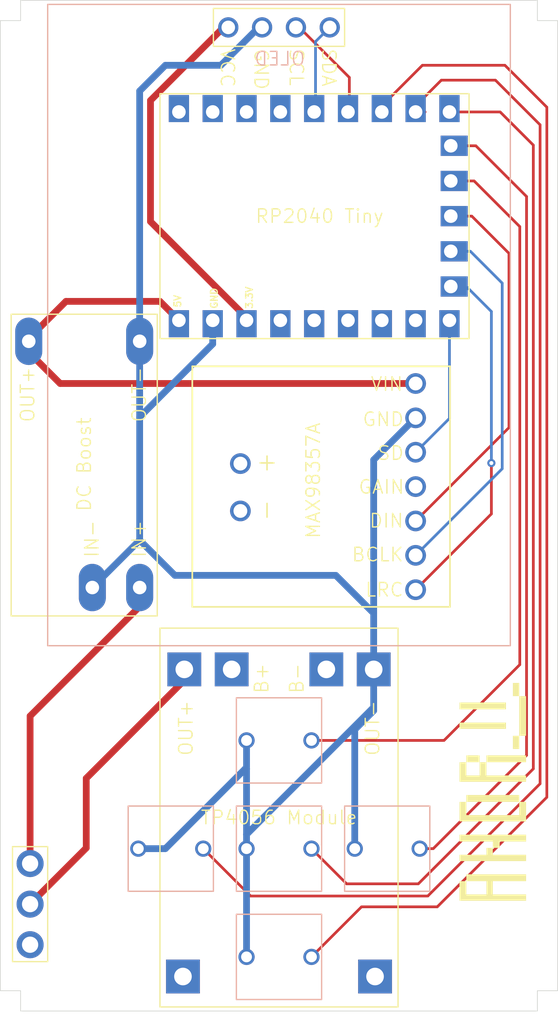
<source format=kicad_pcb>
(kicad_pcb (version 20241229) (generator "pcbnew") (generator_version "9.0")
  (layers (0 "F.Cu" signal) (2 "B.Cu" signal) (13 "F.Paste" user) (15 "B.Paste" user) (5 "F.SilkS" user "F.Silkscreen") (7 "B.SilkS" user "B.Silkscreen") (1 "F.Mask" user) (3 "B.Mask" user) (25 "Edge.Cuts" user))
  (net 0 "")
  (net 1 "GND")
  (net 2 "5V")
  (net 3 "DOWN")
  (net 4 "RIGHT")
  (net 5 "OK")
  (net 6 "LEFT")
  (net 7 "UP")
  (footprint "Custom_Library:TP4056_Charger_Module" (layer "F.Cu") (at 161.5 101.9 180)
    (property "Reference" "TP4056 Module" (at 0 0 0) (layer "F.SilkS") (effects (font (thickness 0.1))))
    (property "Value" "TP4056_Charger_Module" (hide yes))
    (fp_rect (start -8.8 -14) (end 8.8 14) (stroke (width 0.1)) (fill no) (layer "F.SilkS"))
    (fp_text user "B-" (at -1.9 9.1 90) (layer "F.SilkS") (effects (font (thickness 0.1)) (justify left bottom)))
    (fp_text user "OUT+" (at 6.3 4.5 90) (layer "F.SilkS") (effects (font (thickness 0.1)) (justify left bottom)))
    (fp_text user "B+" (at 0.7 9.1 90) (layer "F.SilkS") (effects (font (thickness 0.1)) (justify left bottom)))
    (fp_text user "OUT-" (at -7.5 4.5 90) (layer "F.SilkS") (effects (font (thickness 0.1)) (justify left bottom)))
    (pad "1" thru_hole rect (at -7.1 -11.75 180) (size 2.5 2.5) (drill 1.3) (layers "*.Cu" "*.Mask"))
    (pad "2" thru_hole rect (at 7.1 -11.75 180) (size 2.5 2.5) (drill 1.3) (layers "*.Cu" "*.Mask"))
    (pad "3" thru_hole rect (at -7 10.95 180) (size 2.5 2.5) (drill 1.3) (layers "*.Cu" "*.Mask") (net 1 "GND"))
    (pad "4" thru_hole rect (at -3.5 10.95 180) (size 2.5 2.5) (drill 1.3) (layers "*.Cu" "*.Mask"))
    (pad "5" thru_hole rect (at 3.5 10.95 180) (size 2.5 2.5) (drill 1.3) (layers "*.Cu" "*.Mask"))
    (pad "6" thru_hole rect (at 7 10.95 180) (size 2.5 2.5) (drill 1.3) (layers "*.Cu" "*.Mask"))
  )
  (footprint "Custom_Library:RP2040_Tiny" (layer "F.Cu") (at 164.5 57.45)
    (property "Reference" "RP2040 Tiny" (at 0 0 0) (layer "F.SilkS") (effects (font (thickness 0.1))))
    (property "Value" "RP2040_Tiny" (hide yes))
    (fp_rect (start -11.8 -9.05) (end 11.05 9.05) (stroke (width 0.1)) (fill no) (layer "F.SilkS"))
    (fp_text user "5V" (at -10.2 6.8 90) (layer "F.SilkS") (effects (font (size 0.5 0.5) (thickness 0.1)) (justify left bottom)))
    (fp_text user "3.3V" (at -4.9 6.9 90) (layer "F.SilkS") (effects (font (size 0.5 0.5) (thickness 0.1)) (justify left bottom)))
    (fp_text user "GND" (at -7.5 6.9 90) (layer "F.SilkS") (effects (font (size 0.5 0.5) (thickness 0.1)) (justify left bottom)))
    (pad "1" thru_hole custom (at -10.4 -7.7) (size 1.5 2) (drill 1 (offset 0 -0.25)) (layers "*.Cu" "*.Mask") (options (clearance outline) (anchor rect)) (primitives))
    (pad "2" thru_hole custom (at -7.9 -7.7 180) (size 1.5 2) (drill 1 (offset 0 0.25)) (layers "*.Cu" "*.Mask") (options (clearance outline) (anchor rect)) (primitives))
    (pad "3" thru_hole custom (at -5.4 -7.7 180) (size 1.5 2) (drill 1 (offset 0 0.25)) (layers "*.Cu" "*.Mask") (options (clearance outline) (anchor rect)) (primitives))
    (pad "4" thru_hole custom (at -2.9 -7.7 180) (size 1.5 2) (drill 1 (offset 0 0.25)) (layers "*.Cu" "*.Mask") (options (clearance outline) (anchor rect)) (primitives))
    (pad "5" thru_hole custom (at -0.4 -7.7 180) (size 1.5 2) (drill 1 (offset 0 0.25)) (layers "*.Cu" "*.Mask") (options (clearance outline) (anchor rect)) (primitives))
    (pad "6" thru_hole custom (at 2.1 -7.7 180) (size 1.5 2) (drill 1 (offset 0 0.25)) (layers "*.Cu" "*.Mask") (options (clearance outline) (anchor rect)) (primitives))
    (pad "7" thru_hole custom (at 4.6 -7.7 180) (size 1.5 2) (drill 1 (offset 0 0.25)) (layers "*.Cu" "*.Mask") (net 3 "DOWN") (options (clearance outline) (anchor rect)) (primitives))
    (pad "8" thru_hole custom (at 7.1 -7.7 180) (size 1.5 2) (drill 1 (offset 0 0.25)) (layers "*.Cu" "*.Mask") (net 6 "LEFT") (options (clearance outline) (anchor rect)) (primitives))
    (pad "9" thru_hole custom (at 9.6 -7.7 180) (size 1.5 2) (drill 1 (offset 0 0.25)) (layers "*.Cu" "*.Mask") (net 5 "OK") (options (clearance outline) (anchor rect)) (primitives))
    (pad "10" thru_hole custom (at 9.7 -5.2 270) (size 1.5 2) (drill 1 (offset 0 -0.25)) (layers "*.Cu" "*.Mask") (net 4 "RIGHT") (options (clearance outline) (anchor rect)) (primitives))
    (pad "11" thru_hole custom (at 9.7 -2.6 270) (size 1.5 2) (drill 1 (offset 0 -0.25)) (layers "*.Cu" "*.Mask") (net 7 "UP") (options (clearance outline) (anchor rect)) (primitives))
    (pad "12" thru_hole custom (at 9.7 0 270) (size 1.5 2) (drill 1 (offset 0 -0.25)) (layers "*.Cu" "*.Mask") (options (clearance outline) (anchor rect)) (primitives))
    (pad "13" thru_hole custom (at 9.7 2.6 270) (size 1.5 2) (drill 1 (offset 0 -0.25)) (layers "*.Cu" "*.Mask") (options (clearance outline) (anchor rect)) (primitives))
    (pad "14" thru_hole custom (at 9.7 5.2 270) (size 1.5 2) (drill 1 (offset 0 -0.25)) (layers "*.Cu" "*.Mask") (options (clearance outline) (anchor rect)) (primitives))
    (pad "15" thru_hole custom (at 9.6 7.7) (size 1.5 2) (drill 1 (offset 0 0.25)) (layers "*.Cu" "*.Mask") (options (clearance outline) (anchor rect)) (primitives))
    (pad "16" thru_hole custom (at 7.1 7.7) (size 1.5 2) (drill 1 (offset 0 0.25)) (layers "*.Cu" "*.Mask") (options (clearance outline) (anchor rect)) (primitives))
    (pad "17" thru_hole custom (at 4.6 7.7) (size 1.5 2) (drill 1 (offset 0 0.25)) (layers "*.Cu" "*.Mask") (options (clearance outline) (anchor rect)) (primitives))
    (pad "18" thru_hole custom (at 2.1 7.7) (size 1.5 2) (drill 1 (offset 0 0.25)) (layers "*.Cu" "*.Mask") (options (clearance outline) (anchor rect)) (primitives))
    (pad "19" thru_hole custom (at -0.4 7.7) (size 1.5 2) (drill 1 (offset 0 0.25)) (layers "*.Cu" "*.Mask") (options (clearance outline) (anchor rect)) (primitives))
    (pad "20" thru_hole custom (at -2.9 7.7) (size 1.5 2) (drill 1 (offset 0 0.25)) (layers "*.Cu" "*.Mask") (options (clearance outline) (anchor rect)) (primitives))
    (pad "21" thru_hole custom (at -5.4 7.7) (size 1.5 2) (drill 1 (offset 0 0.25)) (layers "*.Cu" "*.Mask") (options (clearance outline) (anchor rect)) (primitives))
    (pad "22" thru_hole custom (at -7.9 7.7) (size 1.5 2) (drill 1 (offset 0 0.25)) (layers "*.Cu" "*.Mask") (net 1 "GND") (options (clearance outline) (anchor rect)) (primitives))
    (pad "23" thru_hole custom (at -10.4 7.7) (size 1.5 2) (drill 1 (offset 0 0.25)) (layers "*.Cu" "*.Mask") (net 2 "5V") (options (clearance outline) (anchor rect)) (primitives))
  )
  (footprint "Custom_Library:Swich" (layer "F.Cu") (at 143.1 108.3 90)
    (property "Reference" "REF**" (hide yes))
    (property "Value" "Swich" (hide yes))
    (fp_rect (start -4.25 -1.3) (end 4.25 1.3) (stroke (width 0.1)) (fill no) (layer "F.SilkS"))
    (pad "1" thru_hole circle (at -3 0 90) (size 2 2) (drill 1.2) (layers "*.Cu" "*.Mask"))
    (pad "2" thru_hole circle (at 0 0 90) (size 2 2) (drill 1.2) (layers "*.Cu" "*.Mask"))
    (pad "3" thru_hole circle (at 3 0 90) (size 2 2) (drill 1.2) (layers "*.Cu" "*.Mask"))
  )
  (footprint "Custom_Library:logo_mid" (layer "F.Cu") (at 177.5 100 90)
    (property "Reference" "G***" (hide yes))
    (property "Value" "LOGO" (hide yes))
    (fp_poly (pts (xy 6.604 -0.937846) (xy 6.604 0.781538) (xy 6.35 0.781538) (xy 6.096 0.781538) (xy 6.096 -0.937846) (xy 6.096 -2.657231) (xy 6.35 -2.657231) (xy 6.604 -2.657231)) (fill yes) (layer "F.SilkS"))
    (fp_poly (pts (xy 5.119077 -0.937846) (xy 5.119077 0.781538) (xy 4.884615 0.781538) (xy 4.650154 0.781538) (xy 4.650154 -0.937846) (xy 4.650154 -2.657231) (xy 4.884615 -2.657231) (xy 5.119077 -2.657231)) (fill yes) (layer "F.SilkS"))
    (fp_poly (pts (xy 2.696308 0.801077) (xy 2.696308 2.266461) (xy 2.442308 2.266461) (xy 2.188308 2.266461) (xy 2.188308 0.801077) (xy 2.188308 -0.664308) (xy 2.442308 -0.664308) (xy 2.696308 -0.664308)) (fill yes) (layer "F.SilkS"))
    (fp_poly (pts (xy -0.742462 -2.403231) (xy -0.742462 -2.149231) (xy -1.230923 -2.149231) (xy -1.719385 -2.149231) (xy -1.719385 -0.195385) (xy -1.719385 1.758461) (xy -1.230923 1.758461) (xy -0.742462 1.758461) (xy -0.742462 -0.195385) (xy -0.742462 -2.149231) (xy -0.488462 -2.149231) (xy -0.234462 -2.149231) (xy -0.234462 -0.195385) (xy -0.234462 1.758461) (xy -0.488462 1.758461) (xy -0.742462 1.758461) (xy -0.742462 2.012461) (xy -0.742462 2.266461) (xy -1.465385 2.266461) (xy -2.188308 2.266461) (xy -2.188308 -0.195385) (xy -2.188308 -2.657231) (xy -1.465385 -2.657231) (xy -0.742462 -2.657231)) (fill yes) (layer "F.SilkS"))
    (fp_poly (pts (xy 4.142154 1.524) (xy 4.142154 1.758461) (xy 5.607538 1.758461) (xy 7.072923 1.758461) (xy 7.072923 1.524) (xy 7.072923 1.289538) (xy 7.561384 1.289538) (xy 8.049846 1.289538) (xy 8.049846 1.524) (xy 8.049846 1.758461) (xy 7.561384 1.758461) (xy 7.072923 1.758461) (xy 7.072923 2.012461) (xy 7.072923 2.266461) (xy 5.607538 2.266461) (xy 4.142154 2.266461) (xy 4.142154 2.012461) (xy 4.142154 1.758461) (xy 3.653692 1.758461) (xy 3.165231 1.758461) (xy 3.165231 1.524) (xy 3.165231 1.289538) (xy 3.653692 1.289538) (xy 4.142154 1.289538)) (fill yes) (layer "F.SilkS"))
    (fp_poly (pts (xy 2.188308 -2.403231) (xy 2.188308 -2.149231) (xy 1.699846 -2.149231) (xy 1.211384 -2.149231) (xy 1.211384 -1.660769) (xy 1.211384 -1.172308) (xy 1.699846 -1.172308) (xy 2.188308 -1.172308) (xy 2.188308 -1.660769) (xy 2.188308 -2.149231) (xy 2.442308 -2.149231) (xy 2.696308 -2.149231) (xy 2.696308 -1.660769) (xy 2.696308 -1.172308) (xy 2.442308 -1.172308) (xy 2.188308 -1.172308) (xy 2.188308 -0.918308) (xy 2.188308 -0.664308) (xy 1.699846 -0.664308) (xy 1.211384 -0.664308) (xy 1.211384 0.801077) (xy 1.211384 2.266461) (xy 0.976923 2.266461) (xy 0.742461 2.266461) (xy 0.742461 -0.195385) (xy 0.742461 -2.657231) (xy 1.465384 -2.657231) (xy 2.188308 -2.657231)) (fill yes) (layer "F.SilkS"))
    (fp_poly (pts (xy -6.604 -2.403231) (xy -6.604 -2.149231) (xy -7.092462 -2.149231) (xy -7.580923 -2.149231) (xy -7.580923 -1.406769) (xy -7.580923 -0.664308) (xy -7.092462 -0.664308) (xy -6.604 -0.664308) (xy -6.604 -1.406769) (xy -6.604 -2.149231) (xy -6.35 -2.149231) (xy -6.096 -2.149231) (xy -6.096 0.058615) (xy -6.096 2.266461) (xy -6.35 2.266461) (xy -6.604 2.266461) (xy -6.604 1.035538) (xy -6.604 -0.195385) (xy -7.092462 -0.195385) (xy -7.580923 -0.195385) (xy -7.580923 1.035538) (xy -7.580923 2.266461) (xy -7.815385 2.266461) (xy -8.049846 2.266461) (xy -8.049846 -0.195385) (xy -8.049846 -2.657231) (xy -7.326923 -2.657231) (xy -6.604 -2.657231)) (fill yes) (layer "F.SilkS"))
    (fp_poly (pts (xy -4.650154 -1.660769) (xy -4.650154 -0.664308) (xy -4.396154 -0.664308) (xy -4.142154 -0.664308) (xy -4.142154 -0.429846) (xy -4.142154 -0.195385) (xy -3.907692 -0.195385) (xy -3.673231 -0.195385) (xy -3.673231 -1.426308) (xy -3.673231 -2.657231) (xy -3.419231 -2.657231) (xy -3.165231 -2.657231) (xy -3.165231 -0.195385) (xy -3.165231 2.266461) (xy -3.419231 2.266461) (xy -3.673231 2.266461) (xy -3.673231 1.289538) (xy -3.673231 0.312615) (xy -3.907692 0.312615) (xy -4.142154 0.312615) (xy -4.142154 0.058615) (xy -4.142154 -0.195385) (xy -4.396154 -0.195385) (xy -4.650154 -0.195385) (xy -4.650154 1.035538) (xy -4.650154 2.266461) (xy -4.884616 2.266461) (xy -5.119077 2.266461) (xy -5.119077 -0.195385) (xy -5.119077 -2.657231) (xy -4.884616 -2.657231) (xy -4.650154 -2.657231)) (fill yes) (layer "F.SilkS"))
  )
  (footprint "Custom_Library:MAX98357A" (layer "F.Cu") (at 164.615 77.25 90)
    (property "Reference" "REF**" (hide yes))
    (property "Value" "MAX98357A" (hide yes))
    (fp_line (start 8.7 -9.525) (end 8.7 9.525) (stroke (width 0.127)) (layer "F.SilkS"))
    (fp_line (start -9.08 -9.525) (end 8.7 -9.525) (stroke (width 0.127)) (layer "F.SilkS"))
    (fp_line (start 1.56 -4.5) (end 1.56 -3.5) (stroke (width 0.127)) (layer "F.SilkS"))
    (fp_line (start 1.06 -4) (end 2.06 -4) (stroke (width 0.127)) (layer "F.SilkS"))
    (fp_line (start -1.44 -4) (end -2.44 -4) (stroke (width 0.127)) (layer "F.SilkS"))
    (fp_line (start 8.7 9.525) (end -9.08 9.525) (stroke (width 0.127)) (layer "F.SilkS"))
    (fp_line (start -9.08 9.525) (end -9.08 -9.525) (stroke (width 0.127)) (layer "F.SilkS"))
    (fp_text user "GAIN" (at -0.8 2.7 0) (layer "F.SilkS") (effects (font (thickness 0.1)) (justify left bottom)))
    (fp_text user "MAX98357A" (at -4.1 0 90) (layer "F.SilkS") (effects (font (thickness 0.1)) (justify left bottom)))
    (fp_text user "LRC" (at -8.4 3.2 0) (layer "F.SilkS") (effects (font (thickness 0.1)) (justify left bottom)))
    (fp_text user "DIN" (at -3.3 3.5 0) (layer "F.SilkS") (effects (font (thickness 0.1)) (justify left bottom)))
    (fp_text user "GND" (at 4.2 3 0) (layer "F.SilkS") (effects (font (thickness 0.1)) (justify left bottom)))
    (fp_text user "VIN" (at 6.8 3.6 0) (layer "F.SilkS") (effects (font (thickness 0.1)) (justify left bottom)))
    (fp_text user "BCLK" (at -5.8 2.2 0) (layer "F.SilkS") (effects (font (thickness 0.1)) (justify left bottom)))
    (fp_text user "SD" (at 1.7 4.1 0) (layer "F.SilkS") (effects (font (thickness 0.1)) (justify left bottom)))
    (pad "JP1_1" thru_hole circle (at 7.43 6.985 90) (size 1.53 1.53) (drill 1.02) (layers "*.Cu" "*.Mask") (net 2 "5V"))
    (pad "JP1_2" thru_hole circle (at 4.89 6.985 90) (size 1.53 1.53) (drill 1.02) (layers "*.Cu" "*.Mask") (net 1 "GND"))
    (pad "JP1_3" thru_hole circle (at 2.35 6.985 90) (size 1.53 1.53) (drill 1.02) (layers "*.Cu" "*.Mask"))
    (pad "JP1_4" thru_hole circle (at -0.19 6.985 90) (size 1.53 1.53) (drill 1.02) (layers "*.Cu" "*.Mask"))
    (pad "JP1_5" thru_hole circle (at -2.73 6.985 90) (size 1.53 1.53) (drill 1.02) (layers "*.Cu" "*.Mask"))
    (pad "JP1_6" thru_hole circle (at -5.27 6.985 90) (size 1.53 1.53) (drill 1.02) (layers "*.Cu" "*.Mask"))
    (pad "JP1_7" thru_hole circle (at -7.81 6.985 90) (size 1.53 1.53) (drill 1.02) (layers "*.Cu" "*.Mask"))
    (pad "X1_1" thru_hole circle (at -1.99 -5.969 90) (size 1.53 1.53) (drill 1.02) (layers "*.Cu" "*.Mask"))
    (pad "X1_2" thru_hole circle (at 1.51 -5.969 90) (size 1.53 1.53) (drill 1.02) (layers "*.Cu" "*.Mask"))
  )
  (footprint "Custom_Library:Basic_i2c" (layer "F.Cu") (at 161.5 43.5)
    (property "Reference" "REF**" (hide yes))
    (property "Value" "Basic_i2c" (hide yes))
    (fp_rect (start -4.85 -1.4) (end 4.85 1.4) (stroke (width 0.1)) (fill no) (layer "F.SilkS"))
    (pad "1" thru_hole circle (at -3.75 0) (size 1.5 1.5) (drill 1) (layers "*.Cu" "*.Mask"))
    (pad "2" thru_hole circle (at -1.25 0) (size 1.5 1.5) (drill 1) (layers "*.Cu" "*.Mask") (net 1 "GND"))
    (pad "3" thru_hole circle (at 1.25 0) (size 1.5 1.5) (drill 1) (layers "*.Cu" "*.Mask"))
    (pad "4" thru_hole circle (at 3.75 0) (size 1.5 1.5) (drill 1) (layers "*.Cu" "*.Mask"))
  )
  (footprint "Custom_Library:DC_Boost_Converter" (layer "F.Cu") (at 147.1 75.8 -90)
    (property "Reference" "DC Boost" (at 0 0 90) (layer "F.SilkS") (effects (font (thickness 0.1))))
    (property "Value" "DC_Boost_Converter" (hide yes))
    (fp_rect (start -11.1 -5.4) (end 11.2 5.4) (stroke (width 0.1)) (fill no) (layer "F.SilkS"))
    (fp_text user "IN+" (at 6.95 -4.65 90) (layer "F.SilkS") (effects (font (thickness 0.1)) (justify left bottom)))
    (fp_text user "OUT-" (at -3.05 -4.65 90) (layer "F.SilkS") (effects (font (thickness 0.1)) (justify left bottom)))
    (fp_text user "IN-" (at 6.95 -1.15 90) (layer "F.SilkS") (effects (font (thickness 0.1)) (justify left bottom)))
    (fp_text user "OUT+" (at -3.05 3.6 90) (layer "F.SilkS") (effects (font (thickness 0.1)) (justify left bottom)))
    (pad "1" thru_hole oval (at -9.1 -4.1) (size 2 3.5) (drill 1) (layers "*.Cu" "*.Mask") (net 1 "GND"))
    (pad "2" thru_hole oval (at -9.1 4.1) (size 2 3.5) (drill 1) (layers "*.Cu" "*.Mask") (net 2 "5V"))
    (pad "3" thru_hole oval (at 9.1 -4.1) (size 2 3.5) (drill 1) (layers "*.Cu" "*.Mask"))
    (pad "4" thru_hole oval (at 9.1 -0.6) (size 2 3.5) (drill 1) (layers "*.Cu" "*.Mask") (net 1 "GND"))
  )
  (footprint "Custom_Library:Button" (layer "B.Cu") (at 161.5 112.2 180)
    (property "Reference" "Button" (hide yes))
    (property "Value" "Button" (hide yes))
    (fp_rect (start -3.15 3.15) (end 3.15 -3.15) (stroke (width 0.1)) (fill no) (layer "B.SilkS"))
    (pad "1" thru_hole circle (at -2.4 0 180) (size 1.2 1.2) (drill 0.8) (layers "*.Cu" "*.Mask") (net 3 "DOWN"))
    (pad "2" thru_hole circle (at 2.4 0 180) (size 1.2 1.2) (drill 0.8) (layers "*.Cu" "*.Mask") (net 1 "GND"))
  )
  (footprint "Custom_Library:Button" (layer "B.Cu") (at 153.5 104.2 180)
    (property "Reference" "Button" (hide yes))
    (property "Value" "Button" (hide yes))
    (fp_rect (start -3.15 3.15) (end 3.15 -3.15) (stroke (width 0.1)) (fill no) (layer "B.SilkS"))
    (pad "1" thru_hole circle (at -2.4 0 180) (size 1.2 1.2) (drill 0.8) (layers "*.Cu" "*.Mask") (net 6 "LEFT"))
    (pad "2" thru_hole circle (at 2.4 0 180) (size 1.2 1.2) (drill 0.8) (layers "*.Cu" "*.Mask") (net 1 "GND"))
  )
  (footprint "Custom_Library:Button" (layer "B.Cu") (at 161.5 104.2 180)
    (property "Reference" "Button" (hide yes))
    (property "Value" "Button" (hide yes))
    (fp_rect (start -3.15 3.15) (end 3.15 -3.15) (stroke (width 0.1)) (fill no) (layer "B.SilkS"))
    (pad "1" thru_hole circle (at -2.4 0 180) (size 1.2 1.2) (drill 0.8) (layers "*.Cu" "*.Mask") (net 5 "OK"))
    (pad "2" thru_hole circle (at 2.4 0 180) (size 1.2 1.2) (drill 0.8) (layers "*.Cu" "*.Mask") (net 1 "GND"))
  )
  (footprint "Custom_Library:Button" (layer "B.Cu") (at 169.5 104.2 180)
    (property "Reference" "Button" (hide yes))
    (property "Value" "Button" (hide yes))
    (fp_rect (start -3.15 3.15) (end 3.15 -3.15) (stroke (width 0.1)) (fill no) (layer "B.SilkS"))
    (pad "1" thru_hole circle (at -2.4 0 180) (size 1.2 1.2) (drill 0.8) (layers "*.Cu" "*.Mask") (net 4 "RIGHT"))
    (pad "2" thru_hole circle (at 2.4 0 180) (size 1.2 1.2) (drill 0.8) (layers "*.Cu" "*.Mask") (net 1 "GND"))
  )
  (footprint "Custom_Library:Button" (layer "B.Cu") (at 161.5 96.2 180)
    (property "Reference" "Button" (hide yes))
    (property "Value" "Button" (hide yes))
    (fp_rect (start -3.15 3.15) (end 3.15 -3.15) (stroke (width 0.1)) (fill no) (layer "B.SilkS"))
    (pad "1" thru_hole circle (at -2.4 0 180) (size 1.2 1.2) (drill 0.8) (layers "*.Cu" "*.Mask") (net 7 "UP"))
    (pad "2" thru_hole circle (at 2.4 0 180) (size 1.2 1.2) (drill 0.8) (layers "*.Cu" "*.Mask") (net 1 "GND"))
  )
  (gr_rect (start 144.4 41.8) (end 178.6 89.2) (stroke (width 0.1)) (fill no) (layer "B.SilkS"))
  (gr_poly (pts (xy 140.9 43) (xy 142.4 43) (xy 142.4 41.5) (xy 180.6 41.5) (xy 180.6 43) (xy 182.1 43) (xy 182.1 114.7) (xy 180.6 114.7) (xy 180.6 116.2) (xy 142.4 116.2) (xy 142.4 114.7) (xy 140.9 114.7)) (stroke (width 0.05)) (fill no) (layer "Edge.Cuts"))
  (gr_text "VCC" (at 157.1 45 270) (layer "F.SilkS") (effects (font (size 1 1) (thickness 0.1)) (justify left bottom)))
  (gr_text "SDA" (at 164.6 45 270) (layer "F.SilkS") (effects (font (size 1 1) (thickness 0.1)) (justify left bottom)))
  (gr_text "GND" (at 159.6 45 270) (layer "F.SilkS") (effects (font (size 1 1) (thickness 0.1)) (justify left bottom)))
  (gr_text "SCL" (at 162.2 45 270) (layer "F.SilkS") (effects (font (size 1 1) (thickness 0.1)) (justify left bottom)))
  (gr_text "OLED" (at 163.5 46.4 -0) (layer "B.SilkS") (effects (font (size 1 1) (thickness 0.1)) (justify left bottom mirror)))
  (segment (start 151.2 86.3) (end 151.2 84.9) (width 0.2) (layer "F.Cu") (net 0))
  (segment (start 177.2 79.46) (end 177.2 75.7) (width 0.2) (layer "F.Cu") (net 0))
  (segment (start 157.4 43.5) (end 157.75 43.5) (width 0.5) (layer "F.Cu") (net 0))
  (segment (start 159.3 65.15) (end 152 57.85) (width 0.5) (layer "F.Cu") (net 0))
  (segment (start 178.5 60.2) (end 175.75 57.45) (width 0.2) (layer "F.Cu") (net 0))
  (segment (start 154.5 91.75) (end 147.25 99) (width 0.5) (layer "F.Cu") (net 0))
  (segment (start 147.25 104.15) (end 147.25 99) (width 0.5) (layer "F.Cu") (net 0))
  (segment (start 154.5 91.7) (end 154.5 91.75) (width 0.2) (layer "F.Cu") (net 0))
  (segment (start 163 43.5) (end 166.7 47.2) (width 0.2) (layer "F.Cu") (net 0))
  (segment (start 152 57.85) (end 152 48.9) (width 0.5) (layer "F.Cu") (net 0))
  (segment (start 178.5 73.08) (end 178.5 60.2) (width 0.2) (layer "F.Cu") (net 0))
  (segment (start 171.6 79.98) (end 178.5 73.08) (width 0.2) (layer "F.Cu") (net 0))
  (segment (start 152 48.9) (end 157.4 43.5) (width 0.5) (layer "F.Cu") (net 0))
  (segment (start 175.75 57.45) (end 174.9 57.45) (width 0.2) (layer "F.Cu") (net 0))
  (segment (start 143.1 94.4) (end 151.2 86.3) (width 0.5) (layer "F.Cu") (net 0))
  (segment (start 147.25 104.15) (end 143.1 108.3) (width 0.5) (layer "F.Cu") (net 0))
  (segment (start 166.7 49.35) (end 167.1 49.75) (width 0.2) (layer "F.Cu") (net 0))
  (segment (start 143.1 94.4) (end 143.1 104.3) (width 0.5) (layer "F.Cu") (net 0))
  (segment (start 166.7 47.2) (end 166.7 49.35) (width 0.2) (layer "F.Cu") (net 0))
  (segment (start 171.6 85.06) (end 177.2 79.46) (width 0.2) (layer "F.Cu") (net 0))
  (via (at 177.2 75.7) (size 0.6) (drill 0.3) (layers "F.Cu" "B.Cu") (net 0))
  (segment (start 171.6 74.9) (end 174.1 72.4) (width 0.2) (layer "B.Cu") (net 0))
  (segment (start 178 62.4) (end 175.65 60.05) (width 0.2) (layer "B.Cu") (net 0))
  (segment (start 175.35 62.65) (end 174.9 62.65) (width 0.2) (layer "B.Cu") (net 0))
  (segment (start 164.2 49.45) (end 164.5 49.75) (width 0.2) (layer "B.Cu") (net 0))
  (segment (start 175.65 60.05) (end 174.9 60.05) (width 0.2) (layer "B.Cu") (net 0))
  (segment (start 165.25 43.5) (end 164.2 44.55) (width 0.2) (layer "B.Cu") (net 0))
  (segment (start 164.2 44.55) (end 164.2 49.45) (width 0.2) (layer "B.Cu") (net 0))
  (segment (start 177.2 75.7) (end 177.2 64.5) (width 0.2) (layer "B.Cu") (net 0))
  (segment (start 174.1 72.4) (end 174.1 65.95) (width 0.2) (layer "B.Cu") (net 0))
  (segment (start 171.6 82.52) (end 178 76.12) (width 0.2) (layer "B.Cu") (net 0))
  (segment (start 177.2 64.5) (end 175.35 62.65) (width 0.2) (layer "B.Cu") (net 0))
  (segment (start 178 76.12) (end 178 62.4) (width 0.2) (layer "B.Cu") (net 0))
  (segment (start 168.5 93.75) (end 159.1 103.15) (width 0.5) (layer "B.Cu") (net 1))
  (segment (start 159.1 98.3) (end 159 98.3) (width 0.5) (layer "B.Cu") (net 1))
  (segment (start 165.7 84) (end 153.8 84) (width 0.5) (layer "B.Cu") (net 1))
  (segment (start 159.1 103.15) (end 159.1 98.3) (width 0.5) (layer "B.Cu") (net 1))
  (segment (start 151.2 72.3) (end 156.6 66.9) (width 0.5) (layer "B.Cu") (net 1))
  (segment (start 159.1 98.3) (end 159.1 96.2) (width 0.5) (layer "B.Cu") (net 1))
  (segment (start 159.1 104.2) (end 159.1 112.2) (width 0.5) (layer "B.Cu") (net 1))
  (segment (start 153.1 46.3) (end 157.2 46.3) (width 0.5) (layer "B.Cu") (net 1))
  (segment (start 168.5 86.8) (end 165.7 84) (width 0.5) (layer "B.Cu") (net 1))
  (segment (start 157.2 46.3) (end 160 43.5) (width 0.5) (layer "B.Cu") (net 1))
  (segment (start 153.8 84) (end 151.2 81.4) (width 0.5) (layer "B.Cu") (net 1))
  (segment (start 151.2 72.3) (end 151.2 66.7) (width 0.5) (layer "B.Cu") (net 1))
  (segment (start 151.2 48.2) (end 153.1 46.3) (width 0.5) (layer "B.Cu") (net 1))
  (segment (start 168.5 86.8) (end 168.5 75.46) (width 0.5) (layer "B.Cu") (net 1))
  (segment (start 159.1 103.15) (end 159.1 104.2) (width 0.5) (layer "B.Cu") (net 1))
  (segment (start 168.5 91.7) (end 168.5 93.75) (width 0.5) (layer "B.Cu") (net 1))
  (segment (start 167.1 95.4) (end 167.1 104.2) (width 0.5) (layer "B.Cu") (net 1))
  (segment (start 151.2 66.7) (end 151.2 48.2) (width 0.5) (layer "B.Cu") (net 1))
  (segment (start 156.6 66.9) (end 156.6 65.15) (width 0.5) (layer "B.Cu") (net 1))
  (segment (start 159 98.3) (end 153.1 104.2) (width 0.5) (layer "B.Cu") (net 1))
  (segment (start 168.5 75.46) (end 171.6 72.36) (width 0.5) (layer "B.Cu") (net 1))
  (segment (start 153.1 104.2) (end 151.1 104.2) (width 0.5) (layer "B.Cu") (net 1))
  (segment (start 168.5 91.7) (end 168.5 86.8) (width 0.5) (layer "B.Cu") (net 1))
  (segment (start 151.2 81.4) (end 147.7 84.9) (width 0.5) (layer "B.Cu") (net 1))
  (segment (start 168.5 94) (end 167.1 95.4) (width 0.5) (layer "B.Cu") (net 1))
  (segment (start 151.2 81.4) (end 151.2 72.3) (width 0.5) (layer "B.Cu") (net 1))
  (segment (start 168.5 93.75) (end 168.5 94) (width 0.5) (layer "B.Cu") (net 1))
  (segment (start 145.75 63.75) (end 152.7 63.75) (width 0.5) (layer "F.Cu") (net 2))
  (segment (start 143 66.5) (end 143 66.7) (width 0.2) (layer "F.Cu") (net 2))
  (segment (start 143 66.5) (end 145.75 63.75) (width 0.5) (layer "F.Cu") (net 2))
  (segment (start 145.32 69.82) (end 143 67.5) (width 0.5) (layer "F.Cu") (net 2))
  (segment (start 143 67.5) (end 143 66.7) (width 0.2) (layer "F.Cu") (net 2))
  (segment (start 152.7 63.75) (end 154.1 65.15) (width 0.5) (layer "F.Cu") (net 2))
  (segment (start 171.6 69.82) (end 145.32 69.82) (width 0.5) (layer "F.Cu") (net 2))
  (segment (start 163.9 112.2) (end 167.6 108.5) (width 0.2) (layer "F.Cu") (net 3))
  (segment (start 181.3 49.4) (end 178.2 46.3) (width 0.2) (layer "F.Cu") (net 3))
  (segment (start 178.2 46.3) (end 172.1 46.3) (width 0.2) (layer "F.Cu") (net 3))
  (segment (start 181.3 100.4) (end 181.3 49.4) (width 0.2) (layer "F.Cu") (net 3))
  (segment (start 169.7 48.7) (end 169.7 49.75) (width 0.2) (layer "F.Cu") (net 3))
  (segment (start 167.6 108.5) (end 173.2 108.5) (width 0.2) (layer "F.Cu") (net 3))
  (segment (start 172.1 46.3) (end 169.7 48.7) (width 0.2) (layer "F.Cu") (net 3))
  (segment (start 173.2 108.5) (end 181.3 100.4) (width 0.2) (layer "F.Cu") (net 3))
  (segment (start 179.8 56) (end 176.05 52.25) (width 0.2) (layer "F.Cu") (net 4))
  (segment (start 171.9 104.2) (end 172.9 104.2) (width 0.2) (layer "F.Cu") (net 4))
  (segment (start 176.05 52.25) (end 174.9 52.25) (width 0.2) (layer "F.Cu") (net 4))
  (segment (start 172.9 104.2) (end 179.8 97.3) (width 0.2) (layer "F.Cu") (net 4))
  (segment (start 179.8 97.3) (end 179.8 56) (width 0.2) (layer "F.Cu") (net 4))
  (segment (start 177.85 49.75) (end 174.9 49.75) (width 0.2) (layer "F.Cu") (net 5))
  (segment (start 180.3 52.2) (end 177.85 49.75) (width 0.2) (layer "F.Cu") (net 5))
  (segment (start 180.3 98.3) (end 180.3 52.2) (width 0.2) (layer "F.Cu") (net 5))
  (segment (start 163.9 104.2) (end 166.5 106.8) (width 0.2) (layer "F.Cu") (net 5))
  (segment (start 171.8 106.8) (end 180.3 98.3) (width 0.2) (layer "F.Cu") (net 5))
  (segment (start 166.5 106.8) (end 171.8 106.8) (width 0.2) (layer "F.Cu") (net 5))
  (segment (start 172.2 48.7) (end 172.2 49.65) (width 0.2) (layer "F.Cu") (net 6))
  (segment (start 172.5 107.7) (end 180.8 99.4) (width 0.2) (layer "F.Cu") (net 6))
  (segment (start 155.9 104.2) (end 159.4 107.7) (width 0.2) (layer "F.Cu") (net 6))
  (segment (start 180.8 99.4) (end 180.8 50.7) (width 0.2) (layer "F.Cu") (net 6))
  (segment (start 180.8 50.7) (end 177.5 47.4) (width 0.2) (layer "F.Cu") (net 6))
  (segment (start 172.2 49.65) (end 172.3 49.75) (width 0.2) (layer "F.Cu") (net 6))
  (segment (start 177.5 47.4) (end 173.5 47.4) (width 0.2) (layer "F.Cu") (net 6))
  (segment (start 173.5 47.4) (end 172.2 48.7) (width 0.2) (layer "F.Cu") (net 6))
  (segment (start 159.4 107.7) (end 172.5 107.7) (width 0.2) (layer "F.Cu") (net 6))
  (segment (start 179.3 90.6) (end 179.3 58.225) (width 0.2) (layer "F.Cu") (net 7))
  (segment (start 179.3 58.225) (end 175.925 54.85) (width 0.2) (layer "F.Cu") (net 7))
  (segment (start 163.9 96.2) (end 173.7 96.2) (width 0.2) (layer "F.Cu") (net 7))
  (segment (start 173.7 96.2) (end 179.3 90.6) (width 0.2) (layer "F.Cu") (net 7))
  (segment (start 175.925 54.85) (end 174.9 54.85) (width 0.2) (layer "F.Cu") (net 7))
)
</source>
